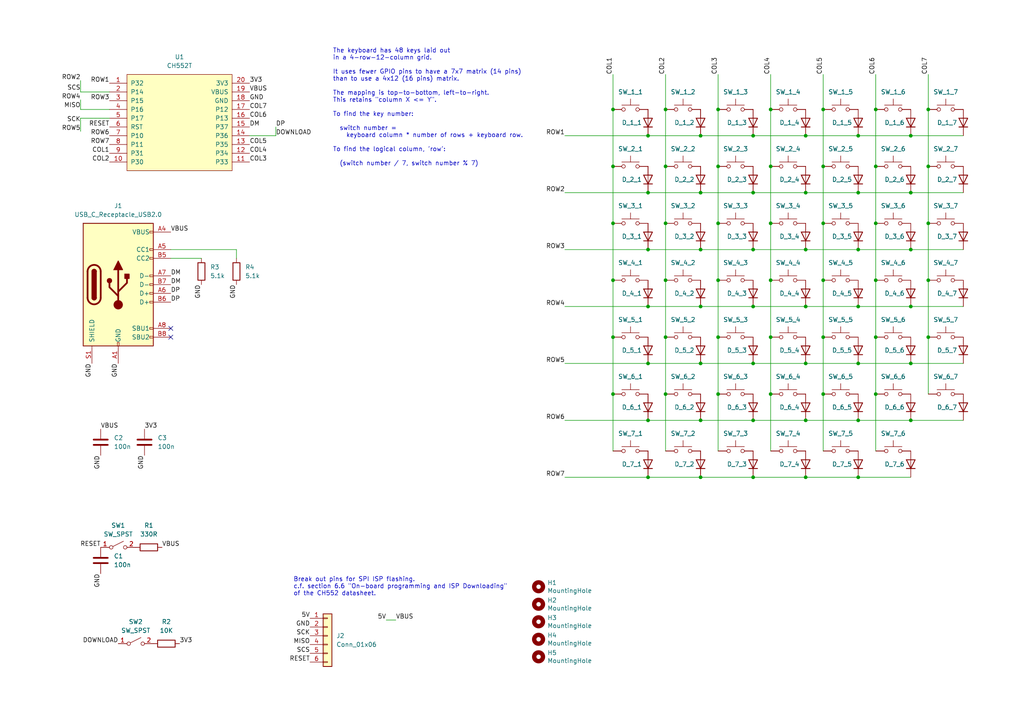
<source format=kicad_sch>
(kicad_sch (version 20230121) (generator eeschema)
  (paper "A4")
  (title_block (title "CH552-48") (date "2024-01-03") (rev "rev2024.1-pre") (company "Richard Goulter (rgoulter)") (comment 1 "48-key on 7x7 logical grid.") (comment 2 "Simple 4x12 ortholinear keyboard using CH552 MCU.") (comment 3 "Project: https://github.com/rgoulter/keyboard-labs"))
  (lib_symbols
    (symbol "Connector:USB_C_Receptacle_USB2.0" (pin_names (offset 1.016))
      (property "Reference" "J" (at -10.16 19.05 0))
      (property "Value" "USB_C_Receptacle_USB2.0" (at 19.05 19.05 0))
      (symbol "USB_C_Receptacle_USB2.0_1_1"
        (pin passive line (at 0 -22.86 90) (length 5.08) (name "GND") (number "A1"))
        (pin passive line (at 0 -22.86 90) (length 5.08) hide (name "GND") (number "A12"))
        (pin passive line (at 15.24 15.24 180) (length 5.08) (name "VBUS") (number "A4"))
        (pin bidirectional line (at 15.24 10.16 180) (length 5.08) (name "CC1") (number "A5"))
        (pin bidirectional line (at 15.24 -2.54 180) (length 5.08) (name "D+") (number "A6"))
        (pin bidirectional line (at 15.24 2.54 180) (length 5.08) (name "D-") (number "A7"))
        (pin bidirectional line (at 15.24 -12.7 180) (length 5.08) (name "SBU1") (number "A8"))
        (pin passive line (at 15.24 15.24 180) (length 5.08) hide (name "VBUS") (number "A9"))
        (pin passive line (at 0 -22.86 90) (length 5.08) hide (name "GND") (number "B1"))
        (pin passive line (at 0 -22.86 90) (length 5.08) hide (name "GND") (number "B12"))
        (pin passive line (at 15.24 15.24 180) (length 5.08) hide (name "VBUS") (number "B4"))
        (pin bidirectional line (at 15.24 7.62 180) (length 5.08) (name "CC2") (number "B5"))
        (pin bidirectional line (at 15.24 -5.08 180) (length 5.08) (name "D+") (number "B6"))
        (pin bidirectional line (at 15.24 0 180) (length 5.08) (name "D-") (number "B7"))
        (pin bidirectional line (at 15.24 -15.24 180) (length 5.08) (name "SBU2") (number "B8"))
        (pin passive line (at 15.24 15.24 180) (length 5.08) hide (name "VBUS") (number "B9"))
        (pin passive line (at -7.62 -22.86 90) (length 5.08) (name "SHIELD") (number "S1"))
      )
    )
    (symbol "Connector_Generic:Conn_01x06" (pin_names (offset 1.016) hide)
      (property "Reference" "J" (at 0 7.62 0))
      (property "Value" "Conn_01x06" (at 0 -10.16 0))
      (symbol "Conn_01x06_1_1"
        (pin passive line (at -5.08 5.08 0) (length 3.81) (name "Pin_1") (number "1"))
        (pin passive line (at -5.08 2.54 0) (length 3.81) (name "Pin_2") (number "2"))
        (pin passive line (at -5.08 0 0) (length 3.81) (name "Pin_3") (number "3"))
        (pin passive line (at -5.08 -2.54 0) (length 3.81) (name "Pin_4") (number "4"))
        (pin passive line (at -5.08 -5.08 0) (length 3.81) (name "Pin_5") (number "5"))
        (pin passive line (at -5.08 -7.62 0) (length 3.81) (name "Pin_6") (number "6"))
      )
    )
    (symbol "Device:C" (pin_numbers hide) (pin_names (offset 0.254))
      (property "Reference" "C" (at 0.635 2.54 0))
      (property "Value" "C" (at 0.635 -2.54 0))
      (symbol "C_1_1"
        (pin passive line (at 0 3.81 270) (length 2.794) (name "~") (number "1"))
        (pin passive line (at 0 -3.81 90) (length 2.794) (name "~") (number "2"))
      )
    )
    (symbol "Device:D" (pin_numbers hide) (pin_names (offset 1.016) hide)
      (property "Reference" "D" (at 0 2.54 0))
      (property "Value" "D" (at 0 -2.54 0))
      (symbol "D_1_1"
        (pin passive line (at -3.81 0 0) (length 2.54) (name "K") (number "1"))
        (pin passive line (at 3.81 0 180) (length 2.54) (name "A") (number "2"))
      )
    )
    (symbol "Device:R" (pin_numbers hide) (pin_names (offset 0))
      (property "Reference" "R" (at 2.032 0 90))
      (property "Value" "R" (at 0 0 90))
      (symbol "R_1_1"
        (pin passive line (at 0 3.81 270) (length 1.27) (name "~") (number "1"))
        (pin passive line (at 0 -3.81 90) (length 1.27) (name "~") (number "2"))
      )
    )
    (symbol "Mechanical:MountingHole" (pin_names (offset 1.016))
      (property "Reference" "H" (at 0 5.08 0))
      (property "Value" "MountingHole" (at 0 3.175 0))
    )
    (symbol "ProjectLocal:CH552T" (pin_names (offset 1.016))
      (property "Reference" "U" (at -12.7 27.94 0))
      (property "Value" "CH552T" (at 0 12.7 90))
      (symbol "CH552T_1_1"
        (pin bidirectional line (at -20.32 22.86 0) (length 5.08) (name "P32") (number "1"))
        (pin bidirectional line (at -20.32 0 0) (length 5.08) (name "P30") (number "10"))
        (pin bidirectional line (at 20.32 0 180) (length 5.08) (name "P33") (number "11"))
        (pin bidirectional line (at 20.32 2.54 180) (length 5.08) (name "P34") (number "12"))
        (pin bidirectional line (at 20.32 5.08 180) (length 5.08) (name "P35") (number "13"))
        (pin bidirectional line (at 20.32 7.62 180) (length 5.08) (name "P36") (number "14"))
        (pin bidirectional line (at 20.32 10.16 180) (length 5.08) (name "P37") (number "15"))
        (pin bidirectional line (at 20.32 12.7 180) (length 5.08) (name "P13") (number "16"))
        (pin bidirectional line (at 20.32 15.24 180) (length 5.08) (name "P12") (number "17"))
        (pin power_out line (at 20.32 17.78 180) (length 5.08) (name "GND") (number "18"))
        (pin power_out line (at 20.32 20.32 180) (length 5.08) (name "VBUS") (number "19"))
        (pin bidirectional line (at -20.32 20.32 0) (length 5.08) (name "P14") (number "2"))
        (pin power_out line (at 20.32 22.86 180) (length 5.08) (name "3V3") (number "20"))
        (pin bidirectional line (at -20.32 17.78 0) (length 5.08) (name "P15") (number "3"))
        (pin bidirectional line (at -20.32 15.24 0) (length 5.08) (name "P16") (number "4"))
        (pin bidirectional line (at -20.32 12.7 0) (length 5.08) (name "P17") (number "5"))
        (pin bidirectional line (at -20.32 10.16 0) (length 5.08) (name "RST") (number "6"))
        (pin bidirectional line (at -20.32 7.62 0) (length 5.08) (name "P10") (number "7"))
        (pin bidirectional line (at -20.32 5.08 0) (length 5.08) (name "P11") (number "8"))
        (pin bidirectional line (at -20.32 2.54 0) (length 5.08) (name "P31") (number "9"))
      )
    )
    (symbol "Switch:SW_Push" (pin_numbers hide) (pin_names (offset 1.016) hide)
      (property "Reference" "SW" (at 1.27 2.54 0))
      (property "Value" "SW_Push" (at 0 -1.524 0))
      (symbol "SW_Push_0_1"
        (pin passive line (at -5.08 0 0) (length 2.54) (name "1") (number "1"))
        (pin passive line (at 5.08 0 180) (length 2.54) (name "2") (number "2"))
      )
    )
    (symbol "Switch:SW_SPST" (pin_names (offset 0) hide)
      (property "Reference" "SW" (at 0 3.175 0))
      (property "Value" "SW_SPST" (at 0 -2.54 0))
      (symbol "SW_SPST_1_1"
        (pin passive line (at -5.08 0 0) (length 2.54) (name "A") (number "1"))
        (pin passive line (at 5.08 0 180) (length 2.54) (name "B") (number "2"))
      )
    )
  )
  (junction (at 238.76 97.79))
  (junction (at 233.68 72.39))
  (junction (at 208.28 31.75))
  (junction (at 238.76 81.28))
  (junction (at 218.44 105.41))
  (junction (at 203.2 39.37))
  (junction (at 177.8 48.26))
  (junction (at 233.68 138.43))
  (junction (at 208.28 97.79))
  (junction (at 248.92 138.43))
  (junction (at 187.96 55.88))
  (junction (at 233.68 121.92))
  (junction (at 269.24 81.28))
  (junction (at 223.52 31.75))
  (junction (at 193.04 81.28))
  (junction (at 269.24 64.77))
  (junction (at 193.04 114.3))
  (junction (at 187.96 121.92))
  (junction (at 254 48.26))
  (junction (at 218.44 55.88))
  (junction (at 223.52 81.28))
  (junction (at 233.68 88.9))
  (junction (at 233.68 39.37))
  (junction (at 187.96 88.9))
  (junction (at 264.16 72.39))
  (junction (at 248.92 88.9))
  (junction (at 208.28 48.26))
  (junction (at 177.8 31.75))
  (junction (at 238.76 48.26))
  (junction (at 218.44 121.92))
  (junction (at 218.44 39.37))
  (junction (at 203.2 105.41))
  (junction (at 264.16 88.9))
  (junction (at 248.92 72.39))
  (junction (at 193.04 64.77))
  (junction (at 254 97.79))
  (junction (at 238.76 114.3))
  (junction (at 193.04 48.26))
  (junction (at 203.2 72.39))
  (junction (at 218.44 138.43))
  (junction (at 248.92 39.37))
  (junction (at 223.52 114.3))
  (junction (at 238.76 64.77))
  (junction (at 254 81.28))
  (junction (at 233.68 55.88))
  (junction (at 203.2 121.92))
  (junction (at 177.8 64.77))
  (junction (at 193.04 31.75))
  (junction (at 254 114.3))
  (junction (at 233.68 105.41))
  (junction (at 269.24 48.26))
  (junction (at 223.52 97.79))
  (junction (at 264.16 105.41))
  (junction (at 177.8 81.28))
  (junction (at 254 31.75))
  (junction (at 238.76 31.75))
  (junction (at 218.44 72.39))
  (junction (at 269.24 97.79))
  (junction (at 203.2 55.88))
  (junction (at 248.92 121.92))
  (junction (at 269.24 31.75))
  (junction (at 187.96 72.39))
  (junction (at 187.96 138.43))
  (junction (at 264.16 39.37))
  (junction (at 203.2 138.43))
  (junction (at 264.16 55.88))
  (junction (at 223.52 48.26))
  (junction (at 177.8 97.79))
  (junction (at 193.04 97.79))
  (junction (at 254 64.77))
  (junction (at 208.28 64.77))
  (junction (at 223.52 64.77))
  (junction (at 187.96 39.37))
  (junction (at 187.96 105.41))
  (junction (at 248.92 105.41))
  (junction (at 203.2 88.9))
  (junction (at 208.28 114.3))
  (junction (at 264.16 121.92))
  (junction (at 248.92 55.88))
  (junction (at 218.44 88.9))
  (junction (at 208.28 81.28))
  (junction (at 177.8 114.3))
  (no_connect (at 49.53 95.25))
  (no_connect (at 49.53 97.79))
  (wire (pts (xy 238.76 114.3) (xy 238.76 130.81)))
  (wire (pts (xy 269.24 64.77) (xy 269.24 81.28)))
  (wire (pts (xy 223.52 21.59) (xy 223.52 31.75)))
  (wire (pts (xy 269.24 48.26) (xy 269.24 64.77)))
  (wire (pts (xy 264.16 72.39) (xy 279.4 72.39)))
  (wire (pts (xy 203.2 39.37) (xy 218.44 39.37)))
  (wire (pts (xy 233.68 72.39) (xy 248.92 72.39)))
  (wire (pts (xy 177.8 114.3) (xy 177.8 130.81)))
  (wire (pts (xy 254 81.28) (xy 254 97.79)))
  (wire (pts (xy 163.83 121.92) (xy 187.96 121.92)))
  (wire (pts (xy 208.28 31.75) (xy 208.28 48.26)))
  (wire (pts (xy 187.96 72.39) (xy 203.2 72.39)))
  (wire (pts (xy 208.28 81.28) (xy 208.28 97.79)))
  (wire (pts (xy 208.28 64.77) (xy 208.28 81.28)))
  (wire (pts (xy 264.16 88.9) (xy 279.4 88.9)))
  (wire (pts (xy 203.2 105.41) (xy 218.44 105.41)))
  (wire (pts (xy 248.92 72.39) (xy 264.16 72.39)))
  (wire (pts (xy 112.014 179.832) (xy 114.808 179.832)))
  (wire (pts (xy 187.96 138.43) (xy 163.83 138.43)))
  (wire (pts (xy 248.92 88.9) (xy 264.16 88.9)))
  (wire (pts (xy 223.52 81.28) (xy 223.52 97.79)))
  (wire (pts (xy 248.92 55.88) (xy 264.16 55.88)))
  (wire (pts (xy 187.96 138.43) (xy 203.2 138.43)))
  (wire (pts (xy 218.44 72.39) (xy 233.68 72.39)))
  (wire (pts (xy 264.16 55.88) (xy 279.4 55.88)))
  (wire (pts (xy 248.92 138.43) (xy 264.16 138.43)))
  (wire (pts (xy 238.76 81.28) (xy 238.76 97.79)))
  (wire (pts (xy 264.16 121.92) (xy 279.4 121.92)))
  (wire (pts (xy 264.16 105.41) (xy 279.4 105.41)))
  (wire (pts (xy 23.368 28.956) (xy 23.368 31.75)))
  (wire (pts (xy 254 97.79) (xy 254 114.3)))
  (wire (pts (xy 187.96 39.37) (xy 203.2 39.37)))
  (wire (pts (xy 254 48.26) (xy 254 64.77)))
  (wire (pts (xy 218.44 121.92) (xy 233.68 121.92)))
  (wire (pts (xy 187.96 55.88) (xy 163.83 55.88)))
  (wire (pts (xy 269.24 81.28) (xy 269.24 97.79)))
  (wire (pts (xy 254 64.77) (xy 254 81.28)))
  (wire (pts (xy 233.68 121.92) (xy 248.92 121.92)))
  (wire (pts (xy 23.368 26.67) (xy 31.75 26.67)))
  (wire (pts (xy 233.68 88.9) (xy 248.92 88.9)))
  (wire (pts (xy 193.04 81.28) (xy 193.04 97.79)))
  (wire (pts (xy 233.68 138.43) (xy 248.92 138.43)))
  (wire (pts (xy 233.68 105.41) (xy 248.92 105.41)))
  (wire (pts (xy 203.2 55.88) (xy 218.44 55.88)))
  (wire (pts (xy 177.8 48.26) (xy 177.8 64.77)))
  (wire (pts (xy 187.96 72.39) (xy 163.83 72.39)))
  (wire (pts (xy 193.04 31.75) (xy 193.04 48.26)))
  (wire (pts (xy 193.04 64.77) (xy 193.04 81.28)))
  (wire (pts (xy 193.04 97.79) (xy 193.04 114.3)))
  (wire (pts (xy 49.53 74.93) (xy 58.42 74.93)))
  (wire (pts (xy 238.76 64.77) (xy 238.76 81.28)))
  (wire (pts (xy 248.92 39.37) (xy 264.16 39.37)))
  (wire (pts (xy 203.2 121.92) (xy 218.44 121.92)))
  (wire (pts (xy 23.368 31.75) (xy 31.75 31.75)))
  (wire (pts (xy 223.52 114.3) (xy 223.52 130.81)))
  (wire (pts (xy 177.8 97.79) (xy 177.8 114.3)))
  (wire (pts (xy 254 114.3) (xy 254 130.81)))
  (wire (pts (xy 208.28 48.26) (xy 208.28 64.77)))
  (wire (pts (xy 49.53 72.39) (xy 68.58 72.39)))
  (wire (pts (xy 193.04 48.26) (xy 193.04 64.77)))
  (wire (pts (xy 269.24 21.59) (xy 269.24 31.75)))
  (wire (pts (xy 177.8 64.77) (xy 177.8 81.28)))
  (wire (pts (xy 248.92 121.92) (xy 264.16 121.92)))
  (wire (pts (xy 248.92 105.41) (xy 264.16 105.41)))
  (wire (pts (xy 223.52 48.26) (xy 223.52 64.77)))
  (wire (pts (xy 203.2 72.39) (xy 218.44 72.39)))
  (wire (pts (xy 254 21.59) (xy 254 31.75)))
  (wire (pts (xy 68.58 74.93) (xy 68.58 72.39)))
  (wire (pts (xy 203.2 138.43) (xy 218.44 138.43)))
  (wire (pts (xy 80.01 36.83) (xy 80.01 39.37)))
  (wire (pts (xy 223.52 31.75) (xy 223.52 48.26)))
  (wire (pts (xy 208.28 21.59) (xy 208.28 31.75)))
  (wire (pts (xy 23.368 38.1) (xy 23.368 34.29)))
  (wire (pts (xy 269.24 97.79) (xy 269.24 114.3)))
  (wire (pts (xy 193.04 21.59) (xy 193.04 31.75)))
  (wire (pts (xy 269.24 31.75) (xy 269.24 48.26)))
  (wire (pts (xy 223.52 64.77) (xy 223.52 81.28)))
  (wire (pts (xy 264.16 39.37) (xy 279.4 39.37)))
  (wire (pts (xy 238.76 48.26) (xy 238.76 64.77)))
  (wire (pts (xy 208.28 97.79) (xy 208.28 114.3)))
  (wire (pts (xy 218.44 88.9) (xy 233.68 88.9)))
  (wire (pts (xy 208.28 114.3) (xy 208.28 130.81)))
  (wire (pts (xy 218.44 55.88) (xy 233.68 55.88)))
  (wire (pts (xy 163.83 88.9) (xy 187.96 88.9)))
  (wire (pts (xy 187.96 121.92) (xy 203.2 121.92)))
  (wire (pts (xy 23.368 23.368) (xy 23.368 26.67)))
  (wire (pts (xy 254 31.75) (xy 254 48.26)))
  (wire (pts (xy 238.76 31.75) (xy 238.76 48.26)))
  (wire (pts (xy 218.44 138.43) (xy 233.68 138.43)))
  (wire (pts (xy 233.68 39.37) (xy 248.92 39.37)))
  (wire (pts (xy 203.2 88.9) (xy 218.44 88.9)))
  (wire (pts (xy 233.68 55.88) (xy 248.92 55.88)))
  (wire (pts (xy 72.39 39.37) (xy 80.01 39.37)))
  (wire (pts (xy 187.96 39.37) (xy 163.83 39.37)))
  (wire (pts (xy 187.96 88.9) (xy 203.2 88.9)))
  (wire (pts (xy 193.04 114.3) (xy 193.04 130.81)))
  (wire (pts (xy 223.52 97.79) (xy 223.52 114.3)))
  (wire (pts (xy 187.96 55.88) (xy 203.2 55.88)))
  (wire (pts (xy 177.8 81.28) (xy 177.8 97.79)))
  (wire (pts (xy 23.368 34.29) (xy 31.75 34.29)))
  (wire (pts (xy 238.76 97.79) (xy 238.76 114.3)))
  (wire (pts (xy 238.76 21.59) (xy 238.76 31.75)))
  (wire (pts (xy 177.8 31.75) (xy 177.8 48.26)))
  (wire (pts (xy 187.96 105.41) (xy 163.83 105.41)))
  (wire (pts (xy 187.96 105.41) (xy 203.2 105.41)))
  (wire (pts (xy 218.44 105.41) (xy 233.68 105.41)))
  (wire (pts (xy 177.8 21.59) (xy 177.8 31.75)))
  (wire (pts (xy 218.44 39.37) (xy 233.68 39.37)))
  (text "The keyboard has 48 keys laid out\nin a 4-row-12-column grid.\n\nIt uses fewer GPIO pins to have a 7x7 matrix (14 pins)\nthan to use a 4x12 (16 pins) matrix.\n\nThe mapping is top-to-bottom, left-to-right.\nThis retains \"column X <= Y\".\n\nTo find the key number:\n\n  switch number =\n    keyboard column * number of rows + keyboard row.\n\nTo find the logical column, 'row':\n\n  (switch number / 7, switch number % 7)" (at 96.52 48.26 0) (effects (font (size 1.27 1.27)) (justify left bottom)))
  (text "Break out pins for SPI ISP flashing.\nc.f. section 6.6 \"On-board programming and ISP Downloading\"\nof the CH552 datasheet." (at 85.09 172.974 0) (effects (font (size 1.27 1.27)) (justify left bottom)))
  (label "SCK" (at 23.368 35.56 180))
  (label "3V3" (at 72.39 24.13 0))
  (label "COL4" (at 223.52 21.59 90))
  (label "ROW2" (at 163.83 55.88 180))
  (label "RESET" (at 29.21 158.75 180))
  (label "GND" (at 29.21 132.08 270))
  (label "COL1" (at 177.8 21.59 90))
  (label "VBUS" (at 29.21 124.46 0))
  (label "COL2" (at 193.04 21.59 90))
  (label "COL5" (at 238.76 21.59 90))
  (label "RESET" (at 31.75 36.83 180))
  (label "COL6" (at 72.39 34.29 0))
  (label "5V" (at 89.916 179.324 180))
  (label "SCK" (at 89.916 184.404 180))
  (label "COL4" (at 72.39 44.45 0))
  (label "GND" (at 26.67 105.41 270))
  (label "RESET" (at 89.916 192.024 180))
  (label "ROW4" (at 163.83 88.9 180))
  (label "VBUS" (at 49.53 67.31 0))
  (label "DP" (at 49.53 87.63 0))
  (label "SCS" (at 89.916 189.484 180))
  (label "3V3" (at 41.91 124.46 0))
  (label "SCS" (at 23.368 26.416 180))
  (label "DM" (at 49.53 82.55 0))
  (label "ROW1" (at 163.83 39.37 180))
  (label "COL1" (at 31.75 44.45 180))
  (label "VBUS" (at 46.99 158.75 0))
  (label "GND" (at 29.21 166.37 270))
  (label "GND" (at 68.58 82.55 270))
  (label "VBUS" (at 114.808 179.832 0))
  (label "COL3" (at 208.28 21.59 90))
  (label "5V" (at 112.014 179.832 180))
  (label "ROW5" (at 163.83 105.41 180))
  (label "DP" (at 80.01 36.83 0))
  (label "ROW3" (at 31.75 29.21 180))
  (label "COL2" (at 31.75 46.99 180))
  (label "DP" (at 49.53 85.09 0))
  (label "ROW6" (at 31.75 39.37 180))
  (label "GND" (at 58.42 82.55 270))
  (label "ROW4" (at 23.368 28.956 180))
  (label "GND" (at 89.916 181.864 180))
  (label "GND" (at 34.29 105.41 270))
  (label "DM" (at 72.39 36.83 0))
  (label "COL6" (at 254 21.59 90))
  (label "COL3" (at 72.39 46.99 0))
  (label "GND" (at 41.91 132.08 270))
  (label "MISO" (at 89.916 186.944 180))
  (label "ROW3" (at 163.83 72.39 180))
  (label "GND" (at 72.39 29.21 0))
  (label "3V3" (at 52.07 186.69 0))
  (label "ROW7" (at 31.75 41.91 180))
  (label "ROW5" (at 23.368 38.1 180))
  (label "COL5" (at 72.39 41.91 0))
  (label "COL7" (at 72.39 31.75 0))
  (label "DOWNLOAD" (at 80.01 39.37 0))
  (label "COL7" (at 269.24 21.59 90))
  (label "ROW2" (at 23.368 23.368 180))
  (label "DM" (at 49.53 80.01 0))
  (label "MISO" (at 23.368 31.496 180))
  (label "VBUS" (at 72.39 26.67 0))
  (label "ROW6" (at 163.83 121.92 180))
  (label "ROW1" (at 31.75 24.13 180))
  (label "ROW7" (at 163.83 138.43 180))
  (label "DOWNLOAD" (at 34.29 186.69 180))
  (symbol (lib_id "Switch:SW_SPST") (at 34.29 158.75 0) (unit 1)
    (property "Reference" "SW1" (at 34.29 152.4 0))
    (property "Value" "SW_SPST" (at 34.29 154.94 0))
    (property "Footprint" "Connector_Wire:SolderWire-0.5sqmm_1x02_P4.6mm_D0.9mm_OD2.1mm" (effects hide))
  )
  (symbol (lib_id "Device:D") (at 187.96 85.09 90) (unit 1)
    (property "Reference" "D_4_1" (at 180.34 85.09 90) (effects (justify right)))
    (property "Value" "1N4148" (effects hide))
    (property "Footprint" "Diode_SMD:D_1206_3216Metric" (effects hide))
    (property "Description" "Diode (Through-hole or 0805)" (effects hide))
    (property "LCSC" "C9808" (effects hide))
  )
  (symbol (lib_id "Switch:SW_Push") (at 259.08 114.3 0) (unit 1)
    (property "Reference" "SW_6_6" (at 259.08 109.22 0))
    (property "Value" "MX-compatible or Kailh Choc v1" (effects hide))
    (property "Footprint" "ProjectLocal:SW_Cherry_MX_PCB_1.00u_BSilkRef" (effects hide))
    (property "Description" "Mechanical Keyboard Switch" (effects hide))
  )
  (symbol (lib_id "ProjectLocal:CH552T") (at 52.07 46.99 0) (unit 1)
    (property "Reference" "U1" (at 52.07 16.51 0))
    (property "Value" "CH552T" (at 52.07 19.05 0))
    (property "Footprint" "Package_SO:TSSOP-20_4.4x6.5mm_P0.65mm" (effects hide))
    (property "LCSC" "C111367" (effects hide))
  )
  (symbol (lib_id "Switch:SW_Push") (at 198.12 64.77 0) (unit 1)
    (property "Reference" "SW_3_2" (at 198.12 59.69 0))
    (property "Value" "MX-compatible or Kailh Choc v1" (effects hide))
    (property "Footprint" "ProjectLocal:SW_Cherry_MX_PCB_1.00u_BSilkRef" (effects hide))
    (property "Description" "Mechanical Keyboard Switch" (effects hide))
  )
  (symbol (lib_id "Device:D") (at 203.2 118.11 90) (unit 1)
    (property "Reference" "D_6_2" (at 195.58 118.11 90) (effects (justify right)))
    (property "Value" "1N4148" (effects hide))
    (property "Footprint" "Diode_SMD:D_1206_3216Metric" (effects hide))
    (property "Description" "Diode (Through-hole or 0805)" (effects hide))
    (property "LCSC" "C9808" (effects hide))
  )
  (symbol (lib_id "Switch:SW_Push") (at 228.6 130.81 0) (unit 1)
    (property "Reference" "SW_7_4" (at 228.6 125.73 0))
    (property "Value" "MX-compatible or Kailh Choc v1" (effects hide))
    (property "Footprint" "ProjectLocal:SW_Cherry_MX_PCB_1.00u_BSilkRef" (effects hide))
    (property "Description" "Mechanical Keyboard Switch" (effects hide))
  )
  (symbol (lib_id "Switch:SW_Push") (at 213.36 114.3 0) (unit 1)
    (property "Reference" "SW_6_3" (at 213.36 109.22 0))
    (property "Value" "MX-compatible or Kailh Choc v1" (effects hide))
    (property "Footprint" "ProjectLocal:SW_Cherry_MX_PCB_1.00u_BSilkRef" (effects hide))
    (property "Description" "Mechanical Keyboard Switch" (effects hide))
  )
  (symbol (lib_id "Device:D") (at 248.92 85.09 90) (unit 1)
    (property "Reference" "D_4_5" (at 241.3 85.09 90) (effects (justify right)))
    (property "Value" "1N4148" (effects hide))
    (property "Footprint" "Diode_SMD:D_1206_3216Metric" (effects hide))
    (property "Description" "Diode (Through-hole or 0805)" (effects hide))
    (property "LCSC" "C9808" (effects hide))
  )
  (symbol (lib_id "Device:D") (at 248.92 35.56 90) (unit 1)
    (property "Reference" "D_1_5" (at 241.3 35.56 90) (effects (justify right)))
    (property "Value" "1N4148" (effects hide))
    (property "Footprint" "Diode_SMD:D_1206_3216Metric" (effects hide))
    (property "Description" "Diode (Through-hole or 0805)" (effects hide))
    (property "LCSC" "C9808" (effects hide))
  )
  (symbol (lib_id "Device:D") (at 218.44 85.09 90) (unit 1)
    (property "Reference" "D_4_3" (at 210.82 85.09 90) (effects (justify right)))
    (property "Value" "1N4148" (effects hide))
    (property "Footprint" "Diode_SMD:D_1206_3216Metric" (effects hide))
    (property "Description" "Diode (Through-hole or 0805)" (effects hide))
    (property "LCSC" "C9808" (effects hide))
  )
  (symbol (lib_id "Switch:SW_Push") (at 228.6 81.28 0) (unit 1)
    (property "Reference" "SW_4_4" (at 228.6 76.2 0))
    (property "Value" "MX-compatible or Kailh Choc v1" (effects hide))
    (property "Footprint" "ProjectLocal:SW_Cherry_MX_PCB_1.00u_BSilkRef" (effects hide))
    (property "Description" "Mechanical Keyboard Switch" (effects hide))
  )
  (symbol (lib_id "Switch:SW_Push") (at 198.12 31.75 0) (unit 1)
    (property "Reference" "SW_1_2" (at 198.12 26.67 0))
    (property "Value" "MX-compatible or Kailh Choc v1" (effects hide))
    (property "Footprint" "ProjectLocal:SW_Cherry_MX_PCB_1.00u_BSilkRef" (effects hide))
    (property "Description" "Mechanical Keyboard Switch" (effects hide))
  )
  (symbol (lib_id "Switch:SW_Push") (at 228.6 31.75 0) (unit 1)
    (property "Reference" "SW_1_4" (at 228.6 26.67 0))
    (property "Value" "MX-compatible or Kailh Choc v1" (effects hide))
    (property "Footprint" "ProjectLocal:SW_Cherry_MX_PCB_1.00u_BSilkRef" (effects hide))
    (property "Description" "Mechanical Keyboard Switch" (effects hide))
  )
  (symbol (lib_id "Mechanical:MountingHole") (at 156.21 180.34 0) (unit 1)
    (property "Reference" "H3" (at 158.75 179.1716 0) (effects (justify left)))
    (property "Value" "MountingHole" (at 158.75 181.483 0) (effects (justify left)))
    (property "Footprint" "MountingHole:MountingHole_2.2mm_M2_DIN965" (effects hide))
  )
  (symbol (lib_id "Device:R") (at 58.42 78.74 0) (unit 1)
    (property "Reference" "R3" (at 60.96 77.47 0) (effects (justify left)))
    (property "Value" "5.1k" (at 60.96 80.01 0) (effects (justify left)))
    (property "Footprint" "Resistor_SMD:R_0805_2012Metric" (effects hide))
    (property "LCSC" "C27834" (effects hide))
  )
  (symbol (lib_id "Device:D") (at 187.96 134.62 90) (unit 1)
    (property "Reference" "D_7_1" (at 180.34 134.62 90) (effects (justify right)))
    (property "Value" "1N4148" (effects hide))
    (property "Footprint" "Diode_SMD:D_1206_3216Metric" (effects hide))
    (property "Description" "Diode (Through-hole or 0805)" (effects hide))
    (property "LCSC" "C9808" (effects hide))
  )
  (symbol (lib_id "Mechanical:MountingHole") (at 156.21 175.26 0) (unit 1)
    (property "Reference" "H2" (at 158.75 174.0916 0) (effects (justify left)))
    (property "Value" "MountingHole" (at 158.75 176.403 0) (effects (justify left)))
    (property "Footprint" "MountingHole:MountingHole_2.2mm_M2_DIN965" (effects hide))
  )
  (symbol (lib_id "Device:D") (at 264.16 68.58 90) (unit 1)
    (property "Reference" "D_3_6" (at 256.54 68.58 90) (effects (justify right)))
    (property "Value" "1N4148" (effects hide))
    (property "Footprint" "Diode_SMD:D_1206_3216Metric" (effects hide))
    (property "Description" "Diode (Through-hole or 0805)" (effects hide))
    (property "LCSC" "C9808" (effects hide))
  )
  (symbol (lib_id "Device:D") (at 248.92 134.62 90) (unit 1)
    (property "Reference" "D_7_5" (at 241.3 134.62 90) (effects (justify right)))
    (property "Value" "1N4148" (effects hide))
    (property "Footprint" "Diode_SMD:D_1206_3216Metric" (effects hide))
    (property "Description" "Diode (Through-hole or 0805)" (effects hide))
    (property "LCSC" "C9808" (effects hide))
  )
  (symbol (lib_id "Device:D") (at 218.44 134.62 90) (unit 1)
    (property "Reference" "D_7_3" (at 210.82 134.62 90) (effects (justify right)))
    (property "Value" "1N4148" (effects hide))
    (property "Footprint" "Diode_SMD:D_1206_3216Metric" (effects hide))
    (property "Description" "Diode (Through-hole or 0805)" (effects hide))
    (property "LCSC" "C9808" (effects hide))
  )
  (symbol (lib_id "Switch:SW_Push") (at 259.08 31.75 0) (unit 1)
    (property "Reference" "SW_1_6" (at 259.08 26.67 0))
    (property "Value" "MX-compatible or Kailh Choc v1" (effects hide))
    (property "Footprint" "ProjectLocal:SW_Cherry_MX_PCB_1.00u_BSilkRef" (effects hide))
    (property "Description" "Mechanical Keyboard Switch" (effects hide))
  )
  (symbol (lib_id "Device:D") (at 233.68 85.09 90) (unit 1)
    (property "Reference" "D_4_4" (at 226.06 85.09 90) (effects (justify right)))
    (property "Value" "1N4148" (effects hide))
    (property "Footprint" "Diode_SMD:D_1206_3216Metric" (effects hide))
    (property "Description" "Diode (Through-hole or 0805)" (effects hide))
    (property "LCSC" "C9808" (effects hide))
  )
  (symbol (lib_id "Device:D") (at 264.16 134.62 90) (unit 1)
    (property "Reference" "D_7_6" (at 256.54 134.62 90) (effects (justify right)))
    (property "Value" "1N4148" (effects hide))
    (property "Footprint" "Diode_SMD:D_1206_3216Metric" (effects hide))
    (property "Description" "Diode (Through-hole or 0805)" (effects hide))
    (property "LCSC" "C9808" (effects hide))
  )
  (symbol (lib_id "Device:D") (at 233.68 101.6 90) (unit 1)
    (property "Reference" "D_5_4" (at 226.06 101.6 90) (effects (justify right)))
    (property "Value" "1N4148" (effects hide))
    (property "Footprint" "Diode_SMD:D_1206_3216Metric" (effects hide))
    (property "Description" "Diode (Through-hole or 0805)" (effects hide))
    (property "LCSC" "C9808" (effects hide))
  )
  (symbol (lib_id "Device:D") (at 279.4 118.11 90) (unit 1)
    (property "Reference" "D_6_7" (at 271.78 118.11 90) (effects (justify right)))
    (property "Value" "1N4148" (effects hide))
    (property "Footprint" "Diode_SMD:D_1206_3216Metric" (effects hide))
    (property "Description" "Diode (Through-hole or 0805)" (effects hide))
    (property "LCSC" "C9808" (effects hide))
  )
  (symbol (lib_id "Device:D") (at 248.92 68.58 90) (unit 1)
    (property "Reference" "D_3_5" (at 241.3 68.58 90) (effects (justify right)))
    (property "Value" "1N4148" (effects hide))
    (property "Footprint" "Diode_SMD:D_1206_3216Metric" (effects hide))
    (property "Description" "Diode (Through-hole or 0805)" (effects hide))
    (property "LCSC" "C9808" (effects hide))
  )
  (symbol (lib_id "Device:C") (at 29.21 162.56 0) (unit 1)
    (property "Reference" "C1" (at 33.02 161.29 0) (effects (justify left)))
    (property "Value" "100n" (at 33.02 163.83 0) (effects (justify left)))
    (property "Footprint" "Capacitor_SMD:C_0805_2012Metric" (effects hide))
    (property "LCSC" "C49678" (effects hide))
  )
  (symbol (lib_id "Switch:SW_Push") (at 182.88 97.79 0) (unit 1)
    (property "Reference" "SW_5_1" (at 182.88 92.71 0))
    (property "Value" "MX-compatible or Kailh Choc v1" (effects hide))
    (property "Footprint" "ProjectLocal:SW_Cherry_MX_PCB_1.00u_BSilkRef" (effects hide))
    (property "Description" "Mechanical Keyboard Switch" (effects hide))
  )
  (symbol (lib_id "Switch:SW_Push") (at 274.32 114.3 0) (unit 1)
    (property "Reference" "SW_6_7" (at 274.32 109.22 0))
    (property "Value" "MX-compatible or Kailh Choc v1" (effects hide))
    (property "Footprint" "ProjectLocal:SW_Cherry_MX_PCB_1.00u_BSilkRef" (effects hide))
    (property "Description" "Mechanical Keyboard Switch" (effects hide))
  )
  (symbol (lib_id "Device:D") (at 233.68 134.62 90) (unit 1)
    (property "Reference" "D_7_4" (at 226.06 134.62 90) (effects (justify right)))
    (property "Value" "1N4148" (effects hide))
    (property "Footprint" "Diode_SMD:D_1206_3216Metric" (effects hide))
    (property "Description" "Diode (Through-hole or 0805)" (effects hide))
    (property "LCSC" "C9808" (effects hide))
  )
  (symbol (lib_id "Connector:USB_C_Receptacle_USB2.0") (at 34.29 82.55 0) (unit 1)
    (property "Reference" "J1" (at 34.29 59.69 0))
    (property "Value" "USB_C_Receptacle_USB2.0" (at 34.29 62.23 0))
    (property "Footprint" "Connector_USB:USB_C_Receptacle_HRO_TYPE-C-31-M-12" (effects hide))
    (property "Datasheet" "https://www.usb.org/sites/default/files/documents/usb_type-c.zip" (effects hide))
  )
  (symbol (lib_id "Switch:SW_SPST") (at 39.37 186.69 0) (unit 1)
    (property "Reference" "SW2" (at 39.37 180.34 0))
    (property "Value" "SW_SPST" (at 39.37 182.88 0))
    (property "Footprint" "Connector_Wire:SolderWire-0.5sqmm_1x02_P4.6mm_D0.9mm_OD2.1mm" (effects hide))
  )
  (symbol (lib_id "Device:D") (at 279.4 68.58 90) (unit 1)
    (property "Reference" "D_3_7" (at 271.78 68.58 90) (effects (justify right)))
    (property "Value" "1N4148" (effects hide))
    (property "Footprint" "Diode_SMD:D_1206_3216Metric" (effects hide))
    (property "Description" "Diode (Through-hole or 0805)" (effects hide))
    (property "LCSC" "C9808" (effects hide))
  )
  (symbol (lib_id "Switch:SW_Push") (at 243.84 64.77 0) (unit 1)
    (property "Reference" "SW_3_5" (at 243.84 59.69 0))
    (property "Value" "MX-compatible or Kailh Choc v1" (effects hide))
    (property "Footprint" "ProjectLocal:SW_Cherry_MX_PCB_1.00u_BSilkRef" (effects hide))
    (property "Description" "Mechanical Keyboard Switch" (effects hide))
  )
  (symbol (lib_id "Device:C") (at 29.21 128.27 0) (unit 1)
    (property "Reference" "C2" (at 33.02 127 0) (effects (justify left)))
    (property "Value" "100n" (at 33.02 129.54 0) (effects (justify left)))
    (property "Footprint" "Capacitor_SMD:C_0805_2012Metric" (effects hide))
    (property "LCSC" "C49678" (effects hide))
  )
  (symbol (lib_id "Switch:SW_Push") (at 182.88 48.26 0) (unit 1)
    (property "Reference" "SW_2_1" (at 182.88 43.18 0))
    (property "Value" "MX-compatible or Kailh Choc v1" (effects hide))
    (property "Footprint" "ProjectLocal:SW_Cherry_MX_PCB_1.00u_BSilkRef" (effects hide))
    (property "Description" "Mechanical Keyboard Switch" (effects hide))
  )
  (symbol (lib_id "Switch:SW_Push") (at 213.36 81.28 0) (unit 1)
    (property "Reference" "SW_4_3" (at 213.36 76.2 0))
    (property "Value" "MX-compatible or Kailh Choc v1" (effects hide))
    (property "Footprint" "ProjectLocal:SW_Cherry_MX_PCB_1.00u_BSilkRef" (effects hide))
    (property "Description" "Mechanical Keyboard Switch" (effects hide))
  )
  (symbol (lib_id "Device:D") (at 264.16 118.11 90) (unit 1)
    (property "Reference" "D_6_6" (at 256.54 118.11 90) (effects (justify right)))
    (property "Value" "1N4148" (effects hide))
    (property "Footprint" "Diode_SMD:D_1206_3216Metric" (effects hide))
    (property "Description" "Diode (Through-hole or 0805)" (effects hide))
    (property "LCSC" "C9808" (effects hide))
  )
  (symbol (lib_id "Switch:SW_Push") (at 243.84 114.3 0) (unit 1)
    (property "Reference" "SW_6_5" (at 243.84 109.22 0))
    (property "Value" "MX-compatible or Kailh Choc v1" (effects hide))
    (property "Footprint" "ProjectLocal:SW_Cherry_MX_PCB_1.00u_BSilkRef" (effects hide))
    (property "Description" "Mechanical Keyboard Switch" (effects hide))
  )
  (symbol (lib_id "Switch:SW_Push") (at 198.12 97.79 0) (unit 1)
    (property "Reference" "SW_5_2" (at 198.12 92.71 0))
    (property "Value" "MX-compatible or Kailh Choc v1" (effects hide))
    (property "Footprint" "ProjectLocal:SW_Cherry_MX_PCB_1.00u_BSilkRef" (effects hide))
    (property "Description" "Mechanical Keyboard Switch" (effects hide))
  )
  (symbol (lib_id "Device:D") (at 203.2 52.07 90) (unit 1)
    (property "Reference" "D_2_2" (at 195.58 52.07 90) (effects (justify right)))
    (property "Value" "1N4148" (effects hide))
    (property "Footprint" "Diode_SMD:D_1206_3216Metric" (effects hide))
    (property "Description" "Diode (Through-hole or 0805)" (effects hide))
    (property "LCSC" "C9808" (effects hide))
  )
  (symbol (lib_id "Device:R") (at 43.18 158.75 90) (unit 1)
    (property "Reference" "R1" (at 43.18 152.4 90))
    (property "Value" "330R" (at 43.18 154.94 90))
    (property "Footprint" "Resistor_SMD:R_0805_2012Metric" (effects hide))
    (property "LCSC" "C17630" (effects hide))
  )
  (symbol (lib_id "Switch:SW_Push") (at 243.84 31.75 0) (unit 1)
    (property "Reference" "SW_1_5" (at 243.84 26.67 0))
    (property "Value" "MX-compatible or Kailh Choc v1" (effects hide))
    (property "Footprint" "ProjectLocal:SW_Cherry_MX_PCB_1.00u_BSilkRef" (effects hide))
    (property "Description" "Mechanical Keyboard Switch" (effects hide))
  )
  (symbol (lib_id "Switch:SW_Push") (at 213.36 31.75 0) (unit 1)
    (property "Reference" "SW_1_3" (at 213.36 26.67 0))
    (property "Value" "MX-compatible or Kailh Choc v1" (effects hide))
    (property "Footprint" "ProjectLocal:SW_Cherry_MX_PCB_1.00u_BSilkRef" (effects hide))
    (property "Description" "Mechanical Keyboard Switch" (effects hide))
  )
  (symbol (lib_id "Switch:SW_Push") (at 274.32 81.28 0) (unit 1)
    (property "Reference" "SW_4_7" (at 274.32 76.2 0))
    (property "Value" "MX-compatible or Kailh Choc v1" (effects hide))
    (property "Footprint" "ProjectLocal:SW_Cherry_MX_PCB_1.00u_BSilkRef" (effects hide))
    (property "Description" "Mechanical Keyboard Switch" (effects hide))
  )
  (symbol (lib_id "Device:D") (at 187.96 52.07 90) (unit 1)
    (property "Reference" "D_2_1" (at 180.34 52.07 90) (effects (justify right)))
    (property "Value" "1N4148" (effects hide))
    (property "Footprint" "Diode_SMD:D_1206_3216Metric" (effects hide))
    (property "Description" "Diode (Through-hole or 0805)" (effects hide))
    (property "LCSC" "C9808" (effects hide))
  )
  (symbol (lib_id "Switch:SW_Push") (at 198.12 81.28 0) (unit 1)
    (property "Reference" "SW_4_2" (at 198.12 76.2 0))
    (property "Value" "MX-compatible or Kailh Choc v1" (effects hide))
    (property "Footprint" "ProjectLocal:SW_Cherry_MX_PCB_1.00u_BSilkRef" (effects hide))
    (property "Description" "Mechanical Keyboard Switch" (effects hide))
  )
  (symbol (lib_id "Device:C") (at 41.91 128.27 0) (unit 1)
    (property "Reference" "C3" (at 45.72 127 0) (effects (justify left)))
    (property "Value" "100n" (at 45.72 129.54 0) (effects (justify left)))
    (property "Footprint" "Capacitor_SMD:C_0805_2012Metric" (effects hide))
    (property "LCSC" "C49678" (effects hide))
  )
  (symbol (lib_id "Device:D") (at 248.92 118.11 90) (unit 1)
    (property "Reference" "D_6_5" (at 241.3 118.11 90) (effects (justify right)))
    (property "Value" "1N4148" (effects hide))
    (property "Footprint" "Diode_SMD:D_1206_3216Metric" (effects hide))
    (property "Description" "Diode (Through-hole or 0805)" (effects hide))
    (property "LCSC" "C9808" (effects hide))
  )
  (symbol (lib_id "Device:D") (at 218.44 52.07 90) (unit 1)
    (property "Reference" "D_2_3" (at 210.82 52.07 90) (effects (justify right)))
    (property "Value" "1N4148" (effects hide))
    (property "Footprint" "Diode_SMD:D_1206_3216Metric" (effects hide))
    (property "Description" "Diode (Through-hole or 0805)" (effects hide))
    (property "LCSC" "C9808" (effects hide))
  )
  (symbol (lib_id "Device:D") (at 203.2 134.62 90) (unit 1)
    (property "Reference" "D_7_2" (at 195.58 134.62 90) (effects (justify right)))
    (property "Value" "1N4148" (effects hide))
    (property "Footprint" "Diode_SMD:D_1206_3216Metric" (effects hide))
    (property "Description" "Diode (Through-hole or 0805)" (effects hide))
    (property "LCSC" "C9808" (effects hide))
  )
  (symbol (lib_id "Device:D") (at 233.68 52.07 90) (unit 1)
    (property "Reference" "D_2_4" (at 226.06 52.07 90) (effects (justify right)))
    (property "Value" "1N4148" (effects hide))
    (property "Footprint" "Diode_SMD:D_1206_3216Metric" (effects hide))
    (property "Description" "Diode (Through-hole or 0805)" (effects hide))
    (property "LCSC" "C9808" (effects hide))
  )
  (symbol (lib_id "Switch:SW_Push") (at 243.84 130.81 0) (unit 1)
    (property "Reference" "SW_7_5" (at 243.84 125.73 0))
    (property "Value" "MX-compatible or Kailh Choc v1" (effects hide))
    (property "Footprint" "ProjectLocal:SW_Cherry_MX_PCB_1.00u_BSilkRef" (effects hide))
    (property "Description" "Mechanical Keyboard Switch" (effects hide))
  )
  (symbol (lib_id "Switch:SW_Push") (at 259.08 81.28 0) (unit 1)
    (property "Reference" "SW_4_6" (at 259.08 76.2 0))
    (property "Value" "MX-compatible or Kailh Choc v1" (effects hide))
    (property "Footprint" "ProjectLocal:SW_Cherry_MX_PCB_1.00u_BSilkRef" (effects hide))
    (property "Description" "Mechanical Keyboard Switch" (effects hide))
  )
  (symbol (lib_id "Device:D") (at 203.2 101.6 90) (unit 1)
    (property "Reference" "D_5_2" (at 195.58 101.6 90) (effects (justify right)))
    (property "Value" "1N4148" (effects hide))
    (property "Footprint" "Diode_SMD:D_1206_3216Metric" (effects hide))
    (property "Description" "Diode (Through-hole or 0805)" (effects hide))
    (property "LCSC" "C9808" (effects hide))
  )
  (symbol (lib_id "Switch:SW_Push") (at 198.12 48.26 0) (unit 1)
    (property "Reference" "SW_2_2" (at 198.12 43.18 0))
    (property "Value" "MX-compatible or Kailh Choc v1" (effects hide))
    (property "Footprint" "ProjectLocal:SW_Cherry_MX_PCB_1.00u_BSilkRef" (effects hide))
    (property "Description" "Mechanical Keyboard Switch" (effects hide))
  )
  (symbol (lib_id "Switch:SW_Push") (at 213.36 97.79 0) (unit 1)
    (property "Reference" "SW_5_3" (at 213.36 92.71 0))
    (property "Value" "MX-compatible or Kailh Choc v1" (effects hide))
    (property "Footprint" "ProjectLocal:SW_Cherry_MX_PCB_1.00u_BSilkRef" (effects hide))
    (property "Description" "Mechanical Keyboard Switch" (effects hide))
  )
  (symbol (lib_id "Device:D") (at 279.4 85.09 90) (unit 1)
    (property "Reference" "D_4_7" (at 271.78 85.09 90) (effects (justify right)))
    (property "Value" "1N4148" (effects hide))
    (property "Footprint" "Diode_SMD:D_1206_3216Metric" (effects hide))
    (property "Description" "Diode (Through-hole or 0805)" (effects hide))
    (property "LCSC" "C9808" (effects hide))
  )
  (symbol (lib_id "Device:D") (at 248.92 101.6 90) (unit 1)
    (property "Reference" "D_5_5" (at 241.3 101.6 90) (effects (justify right)))
    (property "Value" "1N4148" (effects hide))
    (property "Footprint" "Diode_SMD:D_1206_3216Metric" (effects hide))
    (property "Description" "Diode (Through-hole or 0805)" (effects hide))
    (property "LCSC" "C9808" (effects hide))
  )
  (symbol (lib_id "Device:D") (at 218.44 35.56 90) (unit 1)
    (property "Reference" "D_1_3" (at 210.82 35.56 90) (effects (justify right)))
    (property "Value" "1N4148" (effects hide))
    (property "Footprint" "Diode_SMD:D_1206_3216Metric" (effects hide))
    (property "Description" "Diode (Through-hole or 0805)" (effects hide))
    (property "LCSC" "C9808" (effects hide))
  )
  (symbol (lib_id "Device:D") (at 203.2 68.58 90) (unit 1)
    (property "Reference" "D_3_2" (at 195.58 68.58 90) (effects (justify right)))
    (property "Value" "1N4148" (effects hide))
    (property "Footprint" "Diode_SMD:D_1206_3216Metric" (effects hide))
    (property "Description" "Diode (Through-hole or 0805)" (effects hide))
    (property "LCSC" "C9808" (effects hide))
  )
  (symbol (lib_id "Connector_Generic:Conn_01x06") (at 94.996 184.404 0) (unit 1)
    (property "Reference" "J2" (at 97.536 184.404 0) (effects (justify left)))
    (property "Value" "Conn_01x06" (at 97.536 186.944 0) (effects (justify left)))
  )
  (symbol (lib_id "Device:D") (at 279.4 101.6 90) (unit 1)
    (property "Reference" "D_5_7" (at 271.78 101.6 90) (effects (justify right)))
    (property "Value" "1N4148" (effects hide))
    (property "Footprint" "Diode_SMD:D_1206_3216Metric" (effects hide))
    (property "Description" "Diode (Through-hole or 0805)" (effects hide))
    (property "LCSC" "C9808" (effects hide))
  )
  (symbol (lib_id "Switch:SW_Push") (at 243.84 48.26 0) (unit 1)
    (property "Reference" "SW_2_5" (at 243.84 43.18 0))
    (property "Value" "MX-compatible or Kailh Choc v1" (effects hide))
    (property "Footprint" "ProjectLocal:SW_Cherry_MX_PCB_1.00u_BSilkRef" (effects hide))
    (property "Description" "Mechanical Keyboard Switch" (effects hide))
  )
  (symbol (lib_id "Switch:SW_Push") (at 259.08 48.26 0) (unit 1)
    (property "Reference" "SW_2_6" (at 259.08 43.18 0))
    (property "Value" "MX-compatible or Kailh Choc v1" (effects hide))
    (property "Footprint" "ProjectLocal:SW_Cherry_MX_PCB_1.00u_BSilkRef" (effects hide))
    (property "Description" "Mechanical Keyboard Switch" (effects hide))
  )
  (symbol (lib_id "Device:R") (at 48.26 186.69 90) (unit 1)
    (property "Reference" "R2" (at 48.26 180.34 90))
    (property "Value" "10K" (at 48.26 182.88 90))
    (property "Footprint" "Resistor_SMD:R_0805_2012Metric" (effects hide))
    (property "LCSC" "C17414" (effects hide))
  )
  (symbol (lib_id "Device:D") (at 279.4 52.07 90) (unit 1)
    (property "Reference" "D_2_7" (at 271.78 52.07 90) (effects (justify right)))
    (property "Value" "1N4148" (effects hide))
    (property "Footprint" "Diode_SMD:D_1206_3216Metric" (effects hide))
    (property "Description" "Diode (Through-hole or 0805)" (effects hide))
    (property "LCSC" "C9808" (effects hide))
  )
  (symbol (lib_id "Switch:SW_Push") (at 213.36 64.77 0) (unit 1)
    (property "Reference" "SW_3_3" (at 213.36 59.69 0))
    (property "Value" "MX-compatible or Kailh Choc v1" (effects hide))
    (property "Footprint" "ProjectLocal:SW_Cherry_MX_PCB_1.00u_BSilkRef" (effects hide))
    (property "Description" "Mechanical Keyboard Switch" (effects hide))
  )
  (symbol (lib_id "Device:D") (at 233.68 35.56 90) (unit 1)
    (property "Reference" "D_1_4" (at 226.06 35.56 90) (effects (justify right)))
    (property "Value" "1N4148" (effects hide))
    (property "Footprint" "Diode_SMD:D_1206_3216Metric" (effects hide))
    (property "Description" "Diode (Through-hole or 0805)" (effects hide))
    (property "LCSC" "C9808" (effects hide))
  )
  (symbol (lib_id "Device:D") (at 248.92 52.07 90) (unit 1)
    (property "Reference" "D_2_5" (at 241.3 52.07 90) (effects (justify right)))
    (property "Value" "1N4148" (effects hide))
    (property "Footprint" "Diode_SMD:D_1206_3216Metric" (effects hide))
    (property "Description" "Diode (Through-hole or 0805)" (effects hide))
    (property "LCSC" "C9808" (effects hide))
  )
  (symbol (lib_id "Switch:SW_Push") (at 243.84 81.28 0) (unit 1)
    (property "Reference" "SW_4_5" (at 243.84 76.2 0))
    (property "Value" "MX-compatible or Kailh Choc v1" (effects hide))
    (property "Footprint" "ProjectLocal:SW_Cherry_MX_PCB_1.00u_BSilkRef" (effects hide))
    (property "Description" "Mechanical Keyboard Switch" (effects hide))
  )
  (symbol (lib_id "Switch:SW_Push") (at 182.88 130.81 0) (unit 1)
    (property "Reference" "SW_7_1" (at 182.88 125.73 0))
    (property "Value" "MX-compatible or Kailh Choc v1" (effects hide))
    (property "Footprint" "ProjectLocal:SW_Cherry_MX_PCB_1.00u_BSilkRef" (effects hide))
    (property "Description" "Mechanical Keyboard Switch" (effects hide))
  )
  (symbol (lib_id "Switch:SW_Push") (at 243.84 97.79 0) (unit 1)
    (property "Reference" "SW_5_5" (at 243.84 92.71 0))
    (property "Value" "MX-compatible or Kailh Choc v1" (effects hide))
    (property "Footprint" "ProjectLocal:SW_Cherry_MX_PCB_1.00u_BSilkRef" (effects hide))
    (property "Description" "Mechanical Keyboard Switch" (effects hide))
  )
  (symbol (lib_id "Device:D") (at 187.96 101.6 90) (unit 1)
    (property "Reference" "D_5_1" (at 180.34 101.6 90) (effects (justify right)))
    (property "Value" "1N4148" (effects hide))
    (property "Footprint" "Diode_SMD:D_1206_3216Metric" (effects hide))
    (property "Description" "Diode (Through-hole or 0805)" (effects hide))
    (property "LCSC" "C9808" (effects hide))
  )
  (symbol (lib_id "Switch:SW_Push") (at 213.36 48.26 0) (unit 1)
    (property "Reference" "SW_2_3" (at 213.36 43.18 0))
    (property "Value" "MX-compatible or Kailh Choc v1" (effects hide))
    (property "Footprint" "ProjectLocal:SW_Cherry_MX_PCB_1.00u_BSilkRef" (effects hide))
    (property "Description" "Mechanical Keyboard Switch" (effects hide))
  )
  (symbol (lib_id "Mechanical:MountingHole") (at 156.21 170.18 0) (unit 1)
    (property "Reference" "H1" (at 158.75 169.0116 0) (effects (justify left)))
    (property "Value" "MountingHole" (at 158.75 171.323 0) (effects (justify left)))
    (property "Footprint" "MountingHole:MountingHole_2.2mm_M2_DIN965" (effects hide))
  )
  (symbol (lib_id "Switch:SW_Push") (at 228.6 114.3 0) (unit 1)
    (property "Reference" "SW_6_4" (at 228.6 109.22 0))
    (property "Value" "MX-compatible or Kailh Choc v1" (effects hide))
    (property "Footprint" "ProjectLocal:SW_Cherry_MX_PCB_1.00u_BSilkRef" (effects hide))
    (property "Description" "Mechanical Keyboard Switch" (effects hide))
  )
  (symbol (lib_id "Device:D") (at 279.4 35.56 90) (unit 1)
    (property "Reference" "D_1_7" (at 271.78 35.56 90) (effects (justify right)))
    (property "Value" "1N4148" (effects hide))
    (property "Footprint" "Diode_SMD:D_1206_3216Metric" (effects hide))
    (property "Description" "Diode (Through-hole or 0805)" (effects hide))
    (property "LCSC" "C9808" (effects hide))
  )
  (symbol (lib_id "Switch:SW_Push") (at 259.08 97.79 0) (unit 1)
    (property "Reference" "SW_5_6" (at 259.08 92.71 0))
    (property "Value" "MX-compatible or Kailh Choc v1" (effects hide))
    (property "Footprint" "ProjectLocal:SW_Cherry_MX_PCB_1.00u_BSilkRef" (effects hide))
    (property "Description" "Mechanical Keyboard Switch" (effects hide))
  )
  (symbol (lib_id "Device:D") (at 187.96 118.11 90) (unit 1)
    (property "Reference" "D_6_1" (at 180.34 118.11 90) (effects (justify right)))
    (property "Value" "1N4148" (effects hide))
    (property "Footprint" "Diode_SMD:D_1206_3216Metric" (effects hide))
    (property "Description" "Diode (Through-hole or 0805)" (effects hide))
    (property "LCSC" "C9808" (effects hide))
  )
  (symbol (lib_id "Device:D") (at 187.96 68.58 90) (unit 1)
    (property "Reference" "D_3_1" (at 180.34 68.58 90) (effects (justify right)))
    (property "Value" "1N4148" (effects hide))
    (property "Footprint" "Diode_SMD:D_1206_3216Metric" (effects hide))
    (property "Description" "Diode (Through-hole or 0805)" (effects hide))
    (property "LCSC" "C9808" (effects hide))
  )
  (symbol (lib_id "Device:D") (at 233.68 68.58 90) (unit 1)
    (property "Reference" "D_3_4" (at 226.06 68.58 90) (effects (justify right)))
    (property "Value" "1N4148" (effects hide))
    (property "Footprint" "Diode_SMD:D_1206_3216Metric" (effects hide))
    (property "Description" "Diode (Through-hole or 0805)" (effects hide))
    (property "LCSC" "C9808" (effects hide))
  )
  (symbol (lib_id "Switch:SW_Push") (at 259.08 130.81 0) (unit 1)
    (property "Reference" "SW_7_6" (at 259.08 125.73 0))
    (property "Value" "MX-compatible or Kailh Choc v1" (effects hide))
    (property "Footprint" "ProjectLocal:SW_Cherry_MX_PCB_1.00u_BSilkRef" (effects hide))
    (property "Description" "Mechanical Keyboard Switch" (effects hide))
  )
  (symbol (lib_id "Device:D") (at 218.44 101.6 90) (unit 1)
    (property "Reference" "D_5_3" (at 210.82 101.6 90) (effects (justify right)))
    (property "Value" "1N4148" (effects hide))
    (property "Footprint" "Diode_SMD:D_1206_3216Metric" (effects hide))
    (property "Description" "Diode (Through-hole or 0805)" (effects hide))
    (property "LCSC" "C9808" (effects hide))
  )
  (symbol (lib_id "Switch:SW_Push") (at 182.88 64.77 0) (unit 1)
    (property "Reference" "SW_3_1" (at 182.88 59.69 0))
    (property "Value" "MX-compatible or Kailh Choc v1" (effects hide))
    (property "Footprint" "ProjectLocal:SW_Cherry_MX_PCB_1.00u_BSilkRef" (effects hide))
    (property "Description" "Mechanical Keyboard Switch" (effects hide))
  )
  (symbol (lib_id "Device:D") (at 203.2 85.09 90) (unit 1)
    (property "Reference" "D_4_2" (at 195.58 85.09 90) (effects (justify right)))
    (property "Value" "1N4148" (effects hide))
    (property "Footprint" "Diode_SMD:D_1206_3216Metric" (effects hide))
    (property "Description" "Diode (Through-hole or 0805)" (effects hide))
    (property "LCSC" "C9808" (effects hide))
  )
  (symbol (lib_id "Device:R") (at 68.58 78.74 0) (unit 1)
    (property "Reference" "R4" (at 71.12 77.47 0) (effects (justify left)))
    (property "Value" "5.1k" (at 71.12 80.01 0) (effects (justify left)))
    (property "Footprint" "Resistor_SMD:R_0805_2012Metric" (effects hide))
    (property "LCSC" "C27834" (effects hide))
  )
  (symbol (lib_id "Device:D") (at 264.16 101.6 90) (unit 1)
    (property "Reference" "D_5_6" (at 256.54 101.6 90) (effects (justify right)))
    (property "Value" "1N4148" (effects hide))
    (property "Footprint" "Diode_SMD:D_1206_3216Metric" (effects hide))
    (property "Description" "Diode (Through-hole or 0805)" (effects hide))
    (property "LCSC" "C9808" (effects hide))
  )
  (symbol (lib_id "Switch:SW_Push") (at 274.32 31.75 0) (unit 1)
    (property "Reference" "SW_1_7" (at 274.32 26.67 0))
    (property "Value" "MX-compatible or Kailh Choc v1" (effects hide))
    (property "Footprint" "ProjectLocal:SW_Cherry_MX_PCB_1.00u_BSilkRef" (effects hide))
    (property "Description" "Mechanical Keyboard Switch" (effects hide))
  )
  (symbol (lib_id "Switch:SW_Push") (at 198.12 130.81 0) (unit 1)
    (property "Reference" "SW_7_2" (at 198.12 125.73 0))
    (property "Value" "MX-compatible or Kailh Choc v1" (effects hide))
    (property "Footprint" "ProjectLocal:SW_Cherry_MX_PCB_1.00u_BSilkRef" (effects hide))
    (property "Description" "Mechanical Keyboard Switch" (effects hide))
  )
  (symbol (lib_id "Device:D") (at 218.44 118.11 90) (unit 1)
    (property "Reference" "D_6_3" (at 210.82 118.11 90) (effects (justify right)))
    (property "Value" "1N4148" (effects hide))
    (property "Footprint" "Diode_SMD:D_1206_3216Metric" (effects hide))
    (property "Description" "Diode (Through-hole or 0805)" (effects hide))
    (property "LCSC" "C9808" (effects hide))
  )
  (symbol (lib_id "Switch:SW_Push") (at 259.08 64.77 0) (unit 1)
    (property "Reference" "SW_3_6" (at 259.08 59.69 0))
    (property "Value" "MX-compatible or Kailh Choc v1" (effects hide))
    (property "Footprint" "ProjectLocal:SW_Cherry_MX_PCB_1.00u_BSilkRef" (effects hide))
    (property "Description" "Mechanical Keyboard Switch" (effects hide))
  )
  (symbol (lib_id "Switch:SW_Push") (at 228.6 64.77 0) (unit 1)
    (property "Reference" "SW_3_4" (at 228.6 59.69 0))
    (property "Value" "MX-compatible or Kailh Choc v1" (effects hide))
    (property "Footprint" "ProjectLocal:SW_Cherry_MX_PCB_1.00u_BSilkRef" (effects hide))
    (property "Description" "Mechanical Keyboard Switch" (effects hide))
  )
  (symbol (lib_id "Switch:SW_Push") (at 274.32 48.26 0) (unit 1)
    (property "Reference" "SW_2_7" (at 274.32 43.18 0))
    (property "Value" "MX-compatible or Kailh Choc v1" (effects hide))
    (property "Footprint" "ProjectLocal:SW_Cherry_MX_PCB_1.00u_BSilkRef" (effects hide))
    (property "Description" "Mechanical Keyboard Switch" (effects hide))
  )
  (symbol (lib_id "Switch:SW_Push") (at 228.6 97.79 0) (unit 1)
    (property "Reference" "SW_5_4" (at 228.6 92.71 0))
    (property "Value" "MX-compatible or Kailh Choc v1" (effects hide))
    (property "Footprint" "ProjectLocal:SW_Cherry_MX_PCB_1.00u_BSilkRef" (effects hide))
    (property "Description" "Mechanical Keyboard Switch" (effects hide))
  )
  (symbol (lib_id "Device:D") (at 264.16 35.56 90) (unit 1)
    (property "Reference" "D_1_6" (at 256.54 35.56 90) (effects (justify right)))
    (property "Value" "1N4148" (effects hide))
    (property "Footprint" "Diode_SMD:D_1206_3216Metric" (effects hide))
    (property "Description" "Diode (Through-hole or 0805)" (effects hide))
    (property "LCSC" "C9808" (effects hide))
  )
  (symbol (lib_id "Switch:SW_Push") (at 213.36 130.81 0) (unit 1)
    (property "Reference" "SW_7_3" (at 213.36 125.73 0))
    (property "Value" "MX-compatible or Kailh Choc v1" (effects hide))
    (property "Footprint" "ProjectLocal:SW_Cherry_MX_PCB_1.00u_BSilkRef" (effects hide))
    (property "Description" "Mechanical Keyboard Switch" (effects hide))
  )
  (symbol (lib_id "Switch:SW_Push") (at 182.88 114.3 0) (unit 1)
    (property "Reference" "SW_6_1" (at 182.88 109.22 0))
    (property "Value" "MX-compatible or Kailh Choc v1" (effects hide))
    (property "Footprint" "ProjectLocal:SW_Cherry_MX_PCB_1.00u_BSilkRef" (effects hide))
    (property "Description" "Mechanical Keyboard Switch" (effects hide))
  )
  (symbol (lib_id "Device:D") (at 233.68 118.11 90) (unit 1)
    (property "Reference" "D_6_4" (at 226.06 118.11 90) (effects (justify right)))
    (property "Value" "1N4148" (effects hide))
    (property "Footprint" "Diode_SMD:D_1206_3216Metric" (effects hide))
    (property "Description" "Diode (Through-hole or 0805)" (effects hide))
    (property "LCSC" "C9808" (effects hide))
  )
  (symbol (lib_id "Device:D") (at 203.2 35.56 90) (unit 1)
    (property "Reference" "D_1_2" (at 195.58 35.56 90) (effects (justify right)))
    (property "Value" "1N4148" (effects hide))
    (property "Footprint" "Diode_SMD:D_1206_3216Metric" (effects hide))
    (property "Description" "Diode (Through-hole or 0805)" (effects hide))
    (property "LCSC" "C9808" (effects hide))
  )
  (symbol (lib_id "Mechanical:MountingHole") (at 156.21 185.42 0) (unit 1)
    (property "Reference" "H4" (at 158.75 184.2516 0) (effects (justify left)))
    (property "Value" "MountingHole" (at 158.75 186.563 0) (effects (justify left)))
    (property "Footprint" "MountingHole:MountingHole_2.2mm_M2_DIN965" (effects hide))
  )
  (symbol (lib_id "Mechanical:MountingHole") (at 156.21 190.5 0) (unit 1)
    (property "Reference" "H5" (at 158.75 189.3316 0) (effects (justify left)))
    (property "Value" "MountingHole" (at 158.75 191.643 0) (effects (justify left)))
    (property "Footprint" "MountingHole:MountingHole_2.2mm_M2_DIN965" (effects hide))
  )
  (symbol (lib_id "Device:D") (at 264.16 85.09 90) (unit 1)
    (property "Reference" "D_4_6" (at 256.54 85.09 90) (effects (justify right)))
    (property "Value" "1N4148" (effects hide))
    (property "Footprint" "Diode_SMD:D_1206_3216Metric" (effects hide))
    (property "Description" "Diode (Through-hole or 0805)" (effects hide))
    (property "LCSC" "C9808" (effects hide))
  )
  (symbol (lib_id "Device:D") (at 264.16 52.07 90) (unit 1)
    (property "Reference" "D_2_6" (at 256.54 52.07 90) (effects (justify right)))
    (property "Value" "1N4148" (effects hide))
    (property "Footprint" "Diode_SMD:D_1206_3216Metric" (effects hide))
    (property "Description" "Diode (Through-hole or 0805)" (effects hide))
    (property "LCSC" "C9808" (effects hide))
  )
  (symbol (lib_id "Switch:SW_Push") (at 182.88 31.75 0) (unit 1)
    (property "Reference" "SW_1_1" (at 182.88 26.67 0))
    (property "Value" "MX-compatible or Kailh Choc v1" (effects hide))
    (property "Footprint" "ProjectLocal:SW_Cherry_MX_PCB_1.00u_BSilkRef" (effects hide))
    (property "Description" "Mechanical Keyboard Switch" (effects hide))
  )
  (symbol (lib_id "Switch:SW_Push") (at 274.32 64.77 0) (unit 1)
    (property "Reference" "SW_3_7" (at 274.32 59.69 0))
    (property "Value" "MX-compatible or Kailh Choc v1" (effects hide))
    (property "Footprint" "ProjectLocal:SW_Cherry_MX_PCB_1.00u_BSilkRef" (effects hide))
    (property "Description" "Mechanical Keyboard Switch" (effects hide))
  )
  (symbol (lib_id "Switch:SW_Push") (at 274.32 97.79 0) (unit 1)
    (property "Reference" "SW_5_7" (at 274.32 92.71 0))
    (property "Value" "MX-compatible or Kailh Choc v1" (effects hide))
    (property "Footprint" "ProjectLocal:SW_Cherry_MX_PCB_1.00u_BSilkRef" (effects hide))
    (property "Description" "Mechanical Keyboard Switch" (effects hide))
  )
  (symbol (lib_id "Device:D") (at 218.44 68.58 90) (unit 1)
    (property "Reference" "D_3_3" (at 210.82 68.58 90) (effects (justify right)))
    (property "Value" "1N4148" (effects hide))
    (property "Footprint" "Diode_SMD:D_1206_3216Metric" (effects hide))
    (property "Description" "Diode (Through-hole or 0805)" (effects hide))
    (property "LCSC" "C9808" (effects hide))
  )
  (symbol (lib_id "Switch:SW_Push") (at 182.88 81.28 0) (unit 1)
    (property "Reference" "SW_4_1" (at 182.88 76.2 0))
    (property "Value" "MX-compatible or Kailh Choc v1" (effects hide))
    (property "Footprint" "ProjectLocal:SW_Cherry_MX_PCB_1.00u_BSilkRef" (effects hide))
    (property "Description" "Mechanical Keyboard Switch" (effects hide))
  )
  (symbol (lib_id "Switch:SW_Push") (at 198.12 114.3 0) (unit 1)
    (property "Reference" "SW_6_2" (at 198.12 109.22 0))
    (property "Value" "MX-compatible or Kailh Choc v1" (effects hide))
    (property "Footprint" "ProjectLocal:SW_Cherry_MX_PCB_1.00u_BSilkRef" (effects hide))
    (property "Description" "Mechanical Keyboard Switch" (effects hide))
  )
  (symbol (lib_id "Device:D") (at 187.96 35.56 90) (unit 1)
    (property "Reference" "D_1_1" (at 180.34 35.56 90) (effects (justify right)))
    (property "Value" "1N4148" (effects hide))
    (property "Footprint" "Diode_SMD:D_1206_3216Metric" (effects hide))
    (property "Description" "Diode (Through-hole or 0805)" (effects hide))
    (property "LCSC" "C9808" (effects hide))
  )
  (symbol (lib_id "Switch:SW_Push") (at 228.6 48.26 0) (unit 1)
    (property "Reference" "SW_2_4" (at 228.6 43.18 0))
    (property "Value" "MX-compatible or Kailh Choc v1" (effects hide))
    (property "Footprint" "ProjectLocal:SW_Cherry_MX_PCB_1.00u_BSilkRef" (effects hide))
    (property "Description" "Mechanical Keyboard Switch" (effects hide))
  )
)
</source>
